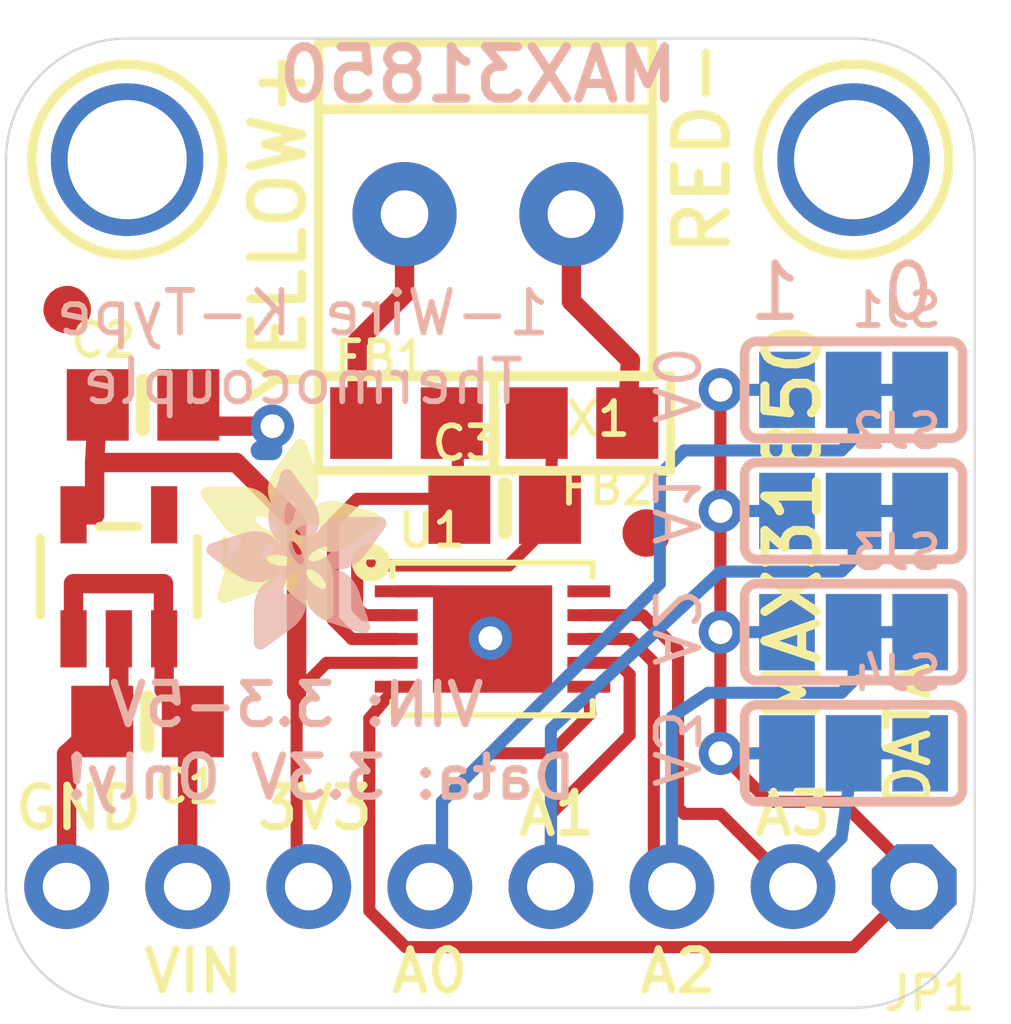
<source format=kicad_pcb>
(kicad_pcb (version 20240108) (generator "pcbnew") (generator_version "8.0")
  (layers (0 "F.Cu" signal) (31 "B.Cu" signal) (34 "B.Paste" user) (35 "F.Paste" user) (36 "B.SilkS" user "B.Silkscreen") (37 "F.SilkS" user "F.Silkscreen") (38 "B.Mask" user) (39 "F.Mask" user) (44 "Edge.Cuts" user))
  (net 0 "")
  (net 1 "VIN")
  (net 2 "GND")
  (net 3 "3.3V")
  (net 4 "A3")
  (net 5 "A2")
  (net 6 "A1")
  (net 7 "A0")
  (net 8 "DATA")
  (net 9 "N$1")
  (net 10 "N$2")
  (net 11 "T+")
  (net 12 "T-")
  (net 13 "N$3")
  (net 14 "N$4")
  (net 15 "N$5")
  (footprint "Adafruit MAX31850:TERMBLOCK_1X2-3.5MM" (layer "F.Cu") (at 148.5011 98.5266 180)
    (property "Reference" "X1" (at -3 -3.89 0) (layer "F.SilkS") (effects (font (size 0.692831 0.692831) (thickness 0.119969)) (justify right top)))
    (property "Value" "3.5mm")
    (pad "1" thru_hole circle (at 1.8 0 180) (size 2.1844 2.1844) (drill 1) (layers "*.Cu" "*.Mask") (net 9 "N$1"))
    (pad "2" thru_hole circle (at -1.7 0 180) (size 2.1844 2.1844) (drill 1) (layers "*.Cu" "*.Mask") (net 10 "N$2"))
  )
  (footprint "Adafruit MAX31850:0805-NO" (layer "F.Cu") (at 141.3091 109.1636 180)
    (property "Reference" "C1" (at -1.5875 -0.9525 0) (layer "F.SilkS") (effects (font (size 0.692831 0.692831) (thickness 0.119969)) (justify right top)))
    (property "Value" "10uF")
    (pad "1" smd rect (at -0.95 0 180) (size 1.3 1.5) (layers "F.Cu" "F.Paste" "F.Mask") (net 1 "VIN"))
    (pad "2" smd rect (at 0.95 0 180) (size 1.3 1.5) (layers "F.Cu" "F.Paste" "F.Mask") (net 2 "GND"))
  )
  (footprint "Adafruit MAX31850:FIDUCIAL_1MM" (layer "F.Cu") (at 139.6241 100.5276)
    (property "Reference" "FID2" (hide yes))
    (property "Value" "FIDUCIAL\"\"" (hide yes))
    (pad "1" smd roundrect (at 0 0) (size 1 1) (layers "F.Cu" "F.Mask") (roundrect_rratio 0.5))
  )
  (footprint "Adafruit MAX31850:0805-NO" (layer "F.Cu") (at 148.8011 104.6876)
    (property "Reference" "C3" (at -1.5875 -0.9525 0) (layer "F.SilkS") (effects (font (size 0.692831 0.692831) (thickness 0.119969)) (justify left bottom)))
    (property "Value" "0.1uF")
    (pad "1" smd rect (at -0.95 0) (size 1.3 1.5) (layers "F.Cu" "F.Paste" "F.Mask") (net 11 "T+"))
    (pad "2" smd rect (at 0.95 0) (size 1.3 1.5) (layers "F.Cu" "F.Paste" "F.Mask") (net 12 "T-"))
  )
  (footprint "Adafruit MAX31850:TDFN10_3X4MM" (layer "F.Cu") (at 148.5471 107.4336 -90)
    (property "Reference" "U1" (at -1.87 2.043 0) (layer "F.SilkS") (effects (font (size 0.692831 0.692831) (thickness 0.119969)) (justify left bottom)))
    (property "Value" "MAX31850")
    (pad "1" smd rect (at -1 2.02) (size 0.9 0.25) (layers "F.Cu" "F.Paste") (net 2 "GND"))
    (pad "2" smd rect (at -0.5 2.02) (size 0.9 0.25) (layers "F.Cu" "F.Paste") (net 12 "T-"))
    (pad "3" smd rect (at 0 2.02) (size 0.9 0.25) (layers "F.Cu" "F.Paste") (net 11 "T+"))
    (pad "4" smd rect (at 0.5 2.02) (size 0.9 0.25) (layers "F.Cu" "F.Paste") (net 3 "3.3V"))
    (pad "5" smd rect (at 1 2.02) (size 0.9 0.25) (layers "F.Cu" "F.Paste") (net 8 "DATA"))
    (pad "6" smd rect (at 1 -2.02 180) (size 0.9 0.25) (layers "F.Cu" "F.Paste") (net 7 "A0"))
    (pad "7" smd rect (at 0.5 -2.02 180) (size 0.9 0.25) (layers "F.Cu" "F.Paste") (net 6 "A1"))
    (pad "8" smd rect (at 0 -2.02 180) (size 0.9 0.25) (layers "F.Cu" "F.Paste") (net 5 "A2"))
    (pad "9" smd rect (at -0.5 -2.02 180) (size 0.9 0.25) (layers "F.Cu" "F.Paste") (net 4 "A3"))
    (pad "10" smd rect (at -1 -2.02 180) (size 0.9 0.25) (layers "F.Cu" "F.Paste"))
    (pad "THERMAL" smd rect (at 0 0) (size 2.5 2.25) (layers "F.Cu" "F.Mask") (net 2 "GND"))
  )
  (footprint "Adafruit MAX31850:ADAFRUIT_3.5MM" (layer "F.Cu") (at 142.4051 107.0356)
    (property "Reference" "U$19" (hide yes))
    (property "Value" "" (hide yes))
  )
  (footprint "Adafruit MAX31850:0805-NO" (layer "F.Cu") (at 141.2151 102.5256)
    (property "Reference" "C2" (at -1.5875 -0.9525 0) (layer "F.SilkS") (effects (font (size 0.692831 0.692831) (thickness 0.119969)) (justify left bottom)))
    (property "Value" "10uF")
    (pad "1" smd rect (at -0.95 0) (size 1.3 1.5) (layers "F.Cu" "F.Paste" "F.Mask") (net 3 "3.3V"))
    (pad "2" smd rect (at 0.95 0) (size 1.3 1.5) (layers "F.Cu" "F.Paste" "F.Mask") (net 2 "GND"))
  )
  (footprint "Adafruit MAX31850:0805" (layer "F.Cu") (at 146.7411 102.9066)
    (property "Reference" "FB1" (at -1.5875 -0.9525 0) (layer "F.SilkS") (effects (font (size 0.692831 0.692831) (thickness 0.119969)) (justify left bottom)))
    (property "Value" "Ferrite")
    (pad "1" smd rect (at -0.95 0) (size 1.3 1.5) (layers "F.Cu" "F.Paste" "F.Mask") (net 9 "N$1"))
    (pad "2" smd rect (at 0.95 0) (size 1.3 1.5) (layers "F.Cu" "F.Paste" "F.Mask") (net 11 "T+"))
  )
  (footprint "Adafruit MAX31850:SOT23-5" (layer "F.Cu") (at 140.7071 106.1296)
    (property "Reference" "U2" (at 1.978 0 0) (layer "F.SilkS") (effects (font (size 0.692831 0.692831) (thickness 0.119969)) (justify left bottom)))
    (property "Value" "MIC5225-3.3")
    (pad "1" smd rect (at -0.95 1.3001) (size 0.55 1.2) (layers "F.Cu" "F.Paste" "F.Mask") (net 1 "VIN"))
    (pad "2" smd rect (at 0 1.3001) (size 0.55 1.2) (layers "F.Cu" "F.Paste" "F.Mask") (net 2 "GND"))
    (pad "3" smd rect (at 0.95 1.3001) (size 0.55 1.2) (layers "F.Cu" "F.Paste" "F.Mask") (net 1 "VIN"))
    (pad "4" smd rect (at 0.95 -1.3001) (size 0.55 1.2) (layers "F.Cu" "F.Paste" "F.Mask"))
    (pad "5" smd rect (at -0.95 -1.3001) (size 0.55 1.2) (layers "F.Cu" "F.Paste" "F.Mask") (net 3 "3.3V"))
  )
  (footprint "Adafruit MAX31850:1X08_ROUND_70" (layer "F.Cu") (at 148.5011 112.6236 180)
    (property "Reference" "JP1" (at -10.2362 -1.8288 0) (layer "F.SilkS") (effects (font (size 0.692831 0.692831) (thickness 0.119969)) (justify right top)))
    (property "Value" "Breakout")
    (pad "1" thru_hole roundrect (at -8.89 0 270) (size 1.778 1.778) (drill 1) (layers "*.Cu" "*.Mask") (chamfer_ratio 0.2928932188) (chamfer top_left top_right bottom_left bottom_right) (net 8 "DATA"))
    (pad "2" thru_hole circle (at -6.35 0 270) (size 1.778 1.778) (drill 1) (layers "*.Cu" "*.Mask") (net 4 "A3"))
    (pad "3" thru_hole circle (at -3.81 0 270) (size 1.778 1.778) (drill 1) (layers "*.Cu" "*.Mask") (net 5 "A2"))
    (pad "4" thru_hole circle (at -1.27 0 270) (size 1.778 1.778) (drill 1) (layers "*.Cu" "*.Mask") (net 6 "A1"))
    (pad "5" thru_hole circle (at 1.27 0 270) (size 1.778 1.778) (drill 1) (layers "*.Cu" "*.Mask") (net 7 "A0"))
    (pad "6" thru_hole circle (at 3.81 0 270) (size 1.778 1.778) (drill 1) (layers "*.Cu" "*.Mask") (net 3 "3.3V"))
    (pad "7" thru_hole circle (at 6.35 0 270) (size 1.778 1.778) (drill 1) (layers "*.Cu" "*.Mask") (net 1 "VIN"))
    (pad "8" thru_hole circle (at 8.89 0 270) (size 1.778 1.778) (drill 1) (layers "*.Cu" "*.Mask") (net 2 "GND"))
  )
  (footprint "Adafruit MAX31850:0805" (layer "F.Cu") (at 150.4231 102.9066 180)
    (property "Reference" "FB2" (at -1.5875 -0.9525 0) (layer "F.SilkS") (effects (font (size 0.692831 0.692831) (thickness 0.119969)) (justify right top)))
    (property "Value" "Ferrite")
    (pad "1" smd rect (at -0.95 0 180) (size 1.3 1.5) (layers "F.Cu" "F.Paste" "F.Mask") (net 10 "N$2"))
    (pad "2" smd rect (at 0.95 0 180) (size 1.3 1.5) (layers "F.Cu" "F.Paste" "F.Mask") (net 12 "T-"))
  )
  (footprint "Adafruit MAX31850:MOUNTINGHOLE_2.5_PLATED" (layer "F.Cu") (at 156.1211 97.3836)
    (property "Reference" "U$8" (hide yes))
    (property "Value" "MOUNTINGHOLE2.5" (hide yes))
    (pad "P$1" thru_hole circle (at 0 0) (size 3.2 3.2) (drill 2.5) (layers "*.Cu" "*.Mask"))
  )
  (footprint "Adafruit MAX31850:MOUNTINGHOLE_2.5_PLATED" (layer "F.Cu") (at 140.8811 97.3836)
    (property "Reference" "U$9" (hide yes))
    (property "Value" "MOUNTINGHOLE2.5" (hide yes))
    (pad "P$1" thru_hole circle (at 0 0) (size 3.2 3.2) (drill 2.5) (layers "*.Cu" "*.Mask"))
  )
  (footprint "Adafruit MAX31850:FIDUCIAL_1MM" (layer "F.Cu") (at 151.7711 105.2116)
    (property "Reference" "FID1" (hide yes))
    (property "Value" "FIDUCIAL\"\"" (hide yes))
    (pad "1" smd roundrect (at 0 0) (size 1 1) (layers "F.Cu" "F.Mask") (roundrect_rratio 0.5))
  )
  (footprint "Adafruit MAX31850:SOLDERJUMPER_2WAY_OPEN_NOPASTE" (layer "B.Cu") (at 156.1211 102.2096 180)
    (property "Reference" "SJ1" (at -1.905 1.27 -0) (layer "B.SilkS") (effects (font (size 0.692831 0.692831) (thickness 0.119969)) (justify left bottom mirror)))
    (property "Value" "")
    (pad "1" smd rect (at -1.397 0 180) (size 1.1684 1.6002) (layers "B.Cu") (net 2 "GND"))
    (pad "2" smd rect (at 0 0 180) (size 1.1684 1.6002) (layers "B.Cu") (net 7 "A0"))
    (pad "3" smd rect (at 1.397 0 180) (size 1.1684 1.6002) (layers "B.Cu") (net 8 "DATA"))
  )
  (footprint "Adafruit MAX31850:SOLDERJUMPER_2WAY_OPEN_NOPASTE" (layer "B.Cu") (at 156.1211 109.8296 180)
    (property "Reference" "SJ4" (at -1.905 1.27 -0) (layer "B.SilkS") (effects (font (size 0.692831 0.692831) (thickness 0.119969)) (justify left bottom mirror)))
    (property "Value" "")
    (pad "1" smd rect (at -1.397 0 180) (size 1.1684 1.6002) (layers "B.Cu") (net 2 "GND"))
    (pad "2" smd rect (at 0 0 180) (size 1.1684 1.6002) (layers "B.Cu") (net 4 "A3"))
    (pad "3" smd rect (at 1.397 0 180) (size 1.1684 1.6002) (layers "B.Cu") (net 8 "DATA"))
  )
  (footprint "Adafruit MAX31850:ADAFRUIT_3.5MM" (layer "B.Cu") (at 146.3421 107.6706 180)
    (property "Reference" "U$18" (hide yes))
    (property "Value" "" (hide yes))
  )
  (footprint "Adafruit MAX31850:SOLDERJUMPER_2WAY_OPEN_NOPASTE" (layer "B.Cu") (at 156.1211 107.2896 180)
    (property "Reference" "SJ3" (at -1.905 1.27 -0) (layer "B.SilkS") (effects (font (size 0.692831 0.692831) (thickness 0.119969)) (justify left bottom mirror)))
    (property "Value" "")
    (pad "1" smd rect (at -1.397 0 180) (size 1.1684 1.6002) (layers "B.Cu") (net 2 "GND"))
    (pad "2" smd rect (at 0 0 180) (size 1.1684 1.6002) (layers "B.Cu") (net 5 "A2"))
    (pad "3" smd rect (at 1.397 0 180) (size 1.1684 1.6002) (layers "B.Cu") (net 8 "DATA"))
  )
  (footprint "Adafruit MAX31850:SOLDERJUMPER_2WAY_OPEN_NOPASTE" (layer "B.Cu") (at 156.1211 104.7496 180)
    (property "Reference" "SJ2" (at -1.905 1.27 -0) (layer "B.SilkS") (effects (font (size 0.692831 0.692831) (thickness 0.119969)) (justify left bottom mirror)))
    (property "Value" "")
    (pad "1" smd rect (at -1.397 0 180) (size 1.1684 1.6002) (layers "B.Cu") (net 2 "GND"))
    (pad "2" smd rect (at 0 0 180) (size 1.1684 1.6002) (layers "B.Cu") (net 6 "A1"))
    (pad "3" smd rect (at 1.397 0 180) (size 1.1684 1.6002) (layers "B.Cu") (net 8 "DATA"))
  )
  (gr_line (start 156.1211 115.1636) (end 140.8811 115.1636) (stroke (width 0.05)) (layer "Edge.Cuts"))
  (gr_arc (start 138.3411 97.3836) (mid 139.085049 95.587549) (end 140.8811 94.8436) (stroke (width 0.05)) (layer "Edge.Cuts"))
  (gr_arc (start 158.6611 112.6236) (mid 157.917151 114.419651) (end 156.1211 115.1636) (stroke (width 0.05)) (layer "Edge.Cuts"))
  (gr_line (start 140.8811 94.8436) (end 156.1211 94.8436) (stroke (width 0.05)) (layer "Edge.Cuts"))
  (gr_line (start 138.3411 112.6236) (end 138.3411 97.3836) (stroke (width 0.05)) (layer "Edge.Cuts"))
  (gr_arc (start 140.8811 115.1636) (mid 139.085049 114.419651) (end 138.3411 112.6236) (stroke (width 0.05)) (layer "Edge.Cuts"))
  (gr_line (start 158.6611 97.3836) (end 158.6611 112.6236) (stroke (width 0.05)) (layer "Edge.Cuts"))
  (gr_arc (start 156.1211 94.8436) (mid 157.917151 95.587549) (end 158.6611 97.3836) (stroke (width 0.05)) (layer "Edge.Cuts"))
  (gr_text "Data: 3.3V Only!" (at 144.9451 110.3376 0) (layer "B.SilkS") (effects (font (size 0.8636 0.8636) (thickness 0.1524)) (justify mirror)))
  (gr_text "A1" (at 151.853087 105.538403 270) (layer "B.SilkS") (effects (font (size 0.89408 0.89408) (thickness 0.12192)) (justify left bottom mirror)))
  (gr_text "A3" (at 151.853087 110.618403 270) (layer "B.SilkS") (effects (font (size 0.89408 0.89408) (thickness 0.12192)) (justify left bottom mirror)))
  (gr_text "VIN: 3.3-5V" (at 144.4371 108.8136 0) (layer "B.SilkS") (effects (font (size 0.8636 0.8636) (thickness 0.1524)) (justify mirror)))
  (gr_text "0" (at 157.8991 100.8126 0) (layer "B.SilkS") (effects (font (size 1.1176 1.1176) (thickness 0.1524)) (justify left bottom mirror)))
  (gr_text "A2" (at 151.853087 108.078403 270) (layer "B.SilkS") (effects (font (size 0.89408 0.89408) (thickness 0.12192)) (justify left bottom mirror)))
  (gr_text "MAX31850" (at 148.2471 95.6056 0) (layer "B.SilkS") (effects (font (size 1.0795 1.0795) (thickness 0.1905)) (justify mirror)))
  (gr_text "1-Wire K-Type\nThermocouple" (at 144.5641 101.3206 0) (layer "B.SilkS") (effects (font (size 0.89408 0.89408) (thickness 0.12192)) (justify mirror)))
  (gr_text "A0" (at 151.853087 102.998403 270) (layer "B.SilkS") (effects (font (size 0.89408 0.89408) (thickness 0.12192)) (justify left bottom mirror)))
  (gr_text "1" (at 155.1051 100.8126 0) (layer "B.SilkS") (effects (font (size 1.1176 1.1176) (thickness 0.1524)) (justify left bottom mirror)))
  (gr_text "VIN" (at 142.2781 114.4016 0) (layer "F.SilkS") (effects (font (size 0.8636 0.8636) (thickness 0.1524))))
  (gr_text "A1" (at 149.8981 111.0996 0) (layer "F.SilkS") (effects (font (size 0.8636 0.8636) (thickness 0.1524))))
  (gr_text "A2" (at 152.4381 114.4016 0) (layer "F.SilkS") (effects (font (size 0.8636 0.8636) (thickness 0.1524))))
  (gr_text "RED-" (at 152.9461 97.1296 90) (layer "F.SilkS") (effects (font (size 1.0795 1.0795) (thickness 0.1905))))
  (gr_text "3V3" (at 144.8181 110.9726 0) (layer "F.SilkS") (effects (font (size 0.8636 0.8636) (thickness 0.1524))))
  (gr_text "A3" (at 154.8511 111.0996 0) (layer "F.SilkS") (effects (font (size 0.8636 0.8636) (thickness 0.1524))))
  (gr_text "GND" (at 139.8651 110.9726 0) (layer "F.SilkS") (effects (font (size 0.8636 0.8636) (thickness 0.1524))))
  (gr_text "MAX31850" (at 154.8511 105.0036 90) (layer "F.SilkS") (effects (font (size 1.0795 1.0795) (thickness 0.1905))))
  (gr_text "YELLOW+" (at 144.0561 98.7806 90) (layer "F.SilkS") (effects (font (size 1.0795 1.0795) (thickness 0.1905))))
  (gr_text "DATA" (at 157.2641 109.4486 90) (layer "F.SilkS") (effects (font (size 0.8636 0.8636) (thickness 0.1524))))
  (gr_text "A0" (at 147.2311 114.4016 0) (layer "F.SilkS") (effects (font (size 0.8636 0.8636) (thickness 0.1524))))
  (segment (start 142.1511 112.6236) (end 142.1511 109.3376) (width 0.4064) (layer "F.Cu") (net 1))
  (segment (start 139.7571 107.4297) (end 139.7571 106.2736) (width 0.4064) (layer "F.Cu") (net 1))
  (segment (start 139.7571 106.2736) (end 141.6431 106.2736) (width 0.4064) (layer "F.Cu") (net 1))
  (segment (start 141.6571 108.4956) (end 141.6571 107.4297) (width 0.4064) (layer "F.Cu") (net 1))
  (segment (start 142.2591 109.1636) (end 141.6571 108.4956) (width 0.4064) (layer "F.Cu") (net 1))
  (segment (start 142.1511 109.3376) (end 142.2591 109.1636) (width 0.4064) (layer "F.Cu") (net 1))
  (segment (start 141.6431 106.2736) (end 141.6431 107.4297) (width 0.4064) (layer "F.Cu") (net 1))
  (segment (start 141.6431 107.4297) (end 141.6571 107.4297) (width 0.4064) (layer "F.Cu") (net 1))
  (segment (start 140.7071 108.7336) (end 140.7071 107.4297) (width 0.4064) (layer "F.Cu") (net 2))
  (segment (start 142.2311 102.9716) (end 143.9291 102.9716) (width 0.4064) (layer "F.Cu") (net 2))
  (segment (start 139.6111 112.6236) (end 139.6111 109.8456) (width 0.4064) (layer "F.Cu") (net 2))
  (segment (start 147.3911 106.4336) (end 148.5011 107.4166) (width 0.254) (layer "F.Cu") (net 2))
  (segment (start 140.3591 109.1636) (end 140.2931 109.1476) (width 0.4064) (layer "F.Cu") (net 2))
  (segment (start 146.5271 106.4336) (end 147.3911 106.4336) (width 0.254) (layer "F.Cu") (net 2))
  (segment (start 139.6111 109.8456) (end 140.3591 109.1636) (width 0.4064) (layer "F.Cu") (net 2))
  (segment (start 142.1651 102.5256) (end 142.2311 102.9716) (width 0.4064) (layer "F.Cu") (net 2))
  (segment (start 148.5471 107.4336) (end 148.546356 107.434344) (width 0.254) (layer "F.Cu") (net 2))
  (segment (start 140.2931 109.1476) (end 140.7071 108.7336) (width 0.4064) (layer "F.Cu") (net 2))
  (via (at 148.5011 107.4166) (size 0.9064) (drill 0.5) (layers "F.Cu" "B.Cu") (net 2))
  (via (at 143.9291 102.9716) (size 0.9064) (drill 0.5) (layers "F.Cu" "B.Cu") (net 2))
  (arc (start 148.546356 107.434344) (mid 148.525493 107.420971) (end 148.5011 107.4166) (width 0.254) (layer "F.Cu") (net 2))
  (segment (start 143.9291 102.9716) (end 143.9291 103.4796) (width 0.4064) (layer "B.Cu") (net 2))
  (segment (start 143.9291 103.4796) (end 143.6751 103.4796) (width 0.4064) (layer "B.Cu") (net 2))
  (segment (start 148.5011 107.4166) (end 148.7551 107.5436) (width 0.254) (layer "B.Cu") (net 2))
  (segment (start 140.1991 103.7336) (end 140.1991 104.8295) (width 0.4064) (layer "F.Cu") (net 3))
  (segment (start 144.4371 105.0036) (end 144.4371 108.5596) (width 0.4064) (layer "F.Cu") (net 3))
  (segment (start 144.4371 108.5596) (end 144.4371 112.3696) (width 0.254) (layer "F.Cu") (net 3))
  (segment (start 145.0631 107.9336) (end 144.4371 108.5596) (width 0.254) (layer "F.Cu") (net 3))
  (segment (start 144.4371 112.3696) (end 144.6911 112.6236) (width 0.254) (layer "F.Cu") (net 3))
  (segment (start 140.2651 102.5256) (end 140.1991 103.7336) (width 0.4064) (layer "F.Cu") (net 3))
  (segment (start 143.1671 103.7336) (end 144.4371 105.0036) (width 0.4064) (layer "F.Cu") (net 3))
  (segment (start 146.5271 107.9336) (end 145.0631 107.9336) (width 0.254) (layer "F.Cu") (net 3))
  (segment (start 140.1991 104.8295) (end 139.7571 104.8295) (width 0.4064) (layer "F.Cu") (net 3))
  (segment (start 140.1991 103.7336) (end 143.1671 103.7336) (width 0.4064) (layer "F.Cu") (net 3))
  (segment (start 151.7011 106.9336) (end 152.4381 107.6706) (width 0.254) (layer "F.Cu") (net 4))
  (segment (start 152.4381 110.9726) (end 152.5651 111.0996) (width 0.254) (layer "F.Cu") (net 4))
  (segment (start 152.5651 111.0996) (end 153.3271 111.0996) (width 0.254) (layer "F.Cu") (net 4))
  (segment (start 153.3271 111.0996) (end 154.8511 112.6236) (width 0.254) (layer "F.Cu") (net 4))
  (segment (start 150.5671 106.9336) (end 151.7011 106.9336) (width 0.254) (layer "F.Cu") (net 4))
  (segment (start 152.4381 107.6706) (end 152.4381 110.9726) (width 0.254) (layer "F.Cu") (net 4))
  (segment (start 155.8671 111.6076) (end 154.8511 112.6236) (width 0.254) (layer "B.Cu") (net 4))
  (segment (start 156.1211 109.8296) (end 155.8671 111.6076) (width 0.254) (layer "B.Cu") (net 4))
  (segment (start 151.9301 107.9246) (end 151.9301 112.4966) (width 0.254) (layer "F.Cu") (net 5))
  (segment (start 151.9301 112.4966) (end 152.3111 112.6236) (width 0.254) (layer "F.Cu") (net 5))
  (segment (start 150.5671 107.4336) (end 151.4391 107.4336) (width 0.254) (layer "F.Cu") (net 5))
  (segment (start 151.4391 107.4336) (end 151.9301 107.9246) (width 0.254) (layer "F.Cu") (net 5))
  (segment (start 153.0731 108.5596) (end 152.3111 109.0676) (width 0.254) (layer "B.Cu") (net 5))
  (segment (start 155.8671 108.5596) (end 153.0731 108.5596) (width 0.254) (layer "B.Cu") (net 5))
  (segment (start 152.3111 109.0676) (end 152.3111 112.6236) (width 0.254) (layer "B.Cu") (net 5))
  (segment (start 156.1211 108.3056) (end 155.8671 108.5596) (width 0.254) (layer "B.Cu") (net 5))
  (segment (start 156.1211 107.2896) (end 156.1211 108.3056) (width 0.254) (layer "B.Cu") (net 5))
  (segment (start 151.4221 109.4486) (end 149.7711 111.0996) (width 0.254) (layer "F.Cu") (net 6))
  (segment (start 151.4221 108.1786) (end 151.4221 109.4486) (width 0.254) (layer "F.Cu") (net 6))
  (segment (start 150.5671 107.9336) (end 151.1771 107.9336) (width 0.254) (layer "F.Cu") (net 6))
  (segment (start 151.1771 107.9336) (end 151.4221 108.1786) (width 0.254) (layer "F.Cu") (net 6))
  (segment (start 149.7711 111.0996) (end 149.7711 112.6236) (width 0.254) (layer "F.Cu") (net 6))
  (segment (start 156.1211 104.7496) (end 156.1211 105.7656) (width 0.254) (layer "B.Cu") (net 6))
  (segment (start 149.7711 109.3216) (end 149.7711 112.6236) (width 0.254) (layer "B.Cu") (net 6))
  (segment (start 156.1211 105.7656) (end 155.8671 106.0196) (width 0.254) (layer "B.Cu") (net 6))
  (segment (start 153.3271 106.0196) (end 149.7711 109.3216) (width 0.254) (layer "B.Cu") (net 6))
  (segment (start 155.8671 106.0196) (end 153.3271 106.0196) (width 0.254) (layer "B.Cu") (net 6))
  (segment (start 147.4851 112.3696) (end 147.2311 112.6236) (width 0.254) (layer "F.Cu") (net 7))
  (segment (start 150.5941 109.0066) (end 149.7711 109.8296) (width 0.254) (layer "F.Cu") (net 7))
  (segment (start 148.5011 109.8296) (end 147.4851 110.8456) (width 0.254) (layer "F.Cu") (net 7))
  (segment (start 147.4851 110.8456) (end 147.4851 112.3696) (width 0.254) (layer "F.Cu") (net 7))
  (segment (start 150.5671 108.4336) (end 150.5941 109.0066) (width 0.254) (layer "F.Cu") (net 7))
  (segment (start 149.7711 109.8296) (end 148.5011 109.8296) (width 0.254) (layer "F.Cu") (net 7))
  (segment (start 147.4851 112.3696) (end 147.2311 112.6236) (width 0.254) (layer "B.Cu") (net 7))
  (segment (start 155.8671 103.4796) (end 152.5651 103.4796) (width 0.254) (layer "B.Cu") (net 7))
  (segment (start 152.0571 103.9876) (end 152.0571 106.2736) (width 0.254) (layer "B.Cu") (net 7))
  (segment (start 156.1211 103.2256) (end 155.8671 103.4796) (width 0.254) (layer "B.Cu") (net 7))
  (segment (start 152.0571 106.2736) (end 147.4851 110.8456) (width 0.254) (layer "B.Cu") (net 7))
  (segment (start 152.5651 103.4796) (end 152.0571 103.9876) (width 0.254) (layer "B.Cu") (net 7))
  (segment (start 147.4851 110.8456) (end 147.4851 112.3696) (width 0.254) (layer "B.Cu") (net 7))
  (segment (start 156.1211 102.2096) (end 157.6451 102.2096) (width 0.254) (layer "B.Cu") (net 7))
  (segment (start 156.1211 102.2096) (end 156.1211 103.2256) (width 0.254) (layer "B.Cu") (net 7))
  (segment (start 145.9611 113.1316) (end 146.7231 113.8936) (width 0.254) (layer "F.Cu") (net 8))
  (segment (start 145.9611 109.0996) (end 145.9611 113.1316) (width 0.254) (layer "F.Cu") (net 8))
  (segment (start 157.3911 112.3696) (end 157.3911 112.6236) (width 0.254) (layer "F.Cu") (net 8))
  (segment (start 153.3271 107.2896) (end 153.3271 104.7496) (width 0.254) (layer "F.Cu") (net 8))
  (segment (start 153.3271 107.2896) (end 153.3271 109.8296) (width 0.254) (layer "F.Cu") (net 8))
  (segment (start 156.1211 113.8936) (end 157.3911 112.6236) (width 0.254) (layer "F.Cu") (net 8))
  (segment (start 153.3271 109.8296) (end 154.3431 110.8456) (width 0.254) (layer "F.Cu") (net 8))
  (segment (start 146.5271 108.4336) (end 145.9611 109.0996) (width 0.254) (layer "F.Cu") (net 8))
  (segment (start 153.3271 102.2096) (end 153.3271 104.7496) (width 0.254) (layer "F.Cu") (net 8))
  (segment (start 154.3431 110.8456) (end 155.8671 110.8456) (width 0.254) (layer "F.Cu") (net 8))
  (segment (start 146.7231 113.8936) (end 156.1211 113.8936) (width 0.254) (layer "F.Cu") (net 8))
  (segment (start 155.8671 110.8456) (end 157.3911 112.3696) (width 0.254) (layer "F.Cu") (net 8))
  (via (at 153.3271 109.8296) (size 0.9064) (drill 0.5) (layers "F.Cu" "B.Cu") (net 8))
  (via (at 153.3271 104.7496) (size 0.9064) (drill 0.5) (layers "F.Cu" "B.Cu") (net 8))
  (via (at 153.3271 102.2096) (size 0.9064) (drill 0.5) (layers "F.Cu" "B.Cu") (net 8))
  (via (at 153.3271 107.2896) (size 0.9064) (drill 0.5) (layers "F.Cu" "B.Cu") (net 8))
  (segment (start 154.5971 109.8296) (end 153.3271 109.8296) (width 0.254) (layer "B.Cu") (net 8))
  (segment (start 154.8511 110.0836) (end 154.5971 109.8296) (width 0.254) (layer "B.Cu") (net 8))
  (segment (start 154.8511 109.9566) (end 154.8511 110.0836) (width 0.254) (layer "B.Cu") (net 8))
  (segment (start 154.7241 109.8296) (end 154.8511 109.9566) (width 0.254) (layer "B.Cu") (net 8))
  (segment (start 154.7241 104.7496) (end 153.3271 104.7496) (width 0.254) (layer "B.Cu") (net 8))
  (segment (start 154.7241 102.2096) (end 153.3271 102.2096) (width 0.254) (layer "B.Cu") (net 8))
  (segment (start 154.7241 107.2896) (end 153.3271 107.2896) (width 0.254) (layer "B.Cu") (net 8))
  (segment (start 145.7071 102.7616) (end 145.7911 102.9066) (width 0.4064) (layer "F.Cu") (net 9))
  (segment (start 146.7011 100.1996) (end 145.7071 101.1936) (width 0.4064) (layer "F.Cu") (net 9))
  (segment (start 146.7011 98.5266) (end 146.7011 100.1996) (width 0.4064) (layer "F.Cu") (net 9))
  (segment (start 145.7071 101.1936) (end 145.7071 102.7616) (width 0.4064) (layer "F.Cu") (net 9))
  (segment (start 151.4391 101.5916) (end 151.3731 102.9066) (width 0.4064) (layer "F.Cu") (net 10))
  (segment (start 150.2011 100.3536) (end 151.4391 101.5916) (width 0.4064) (layer "F.Cu") (net 10))
  (segment (start 150.2011 98.5266) (end 150.2011 100.3536) (width 0.4064) (layer "F.Cu") (net 10))
  (segment (start 147.7851 102.8076) (end 147.6911 102.9066) (width 0.254) (layer "F.Cu") (net 11))
  (segment (start 146.5271 107.4336) (end 145.5971 107.4336) (width 0.254) (layer "F.Cu") (net 11))
  (segment (start 147.8511 104.6876) (end 147.7851 102.8076) (width 0.254) (layer "F.Cu") (net 11))
  (segment (start 145.7071 104.4956) (end 147.7231 104.4956) (width 0.254) (layer "F.Cu") (net 11))
  (segment (start 145.1991 107.0356) (end 145.1991 105.0036) (width 0.254) (layer "F.Cu") (net 11))
  (segment (start 145.5971 107.4336) (end 145.1991 107.0356) (width 0.254) (layer "F.Cu") (net 11))
  (segment (start 145.1991 105.0036) (end 145.7071 104.4956) (width 0.254) (layer "F.Cu") (net 11))
  (segment (start 147.7231 104.4956) (end 147.8511 104.6876) (width 0.254) (layer "F.Cu") (net 11))
  (segment (start 148.8821 105.8926) (end 149.7711 105.0036) (width 0.254) (layer "F.Cu") (net 12))
  (segment (start 149.7711 105.0036) (end 149.7711 104.4796) (width 0.254) (layer "F.Cu") (net 12))
  (segment (start 145.8591 106.9336) (end 145.7071 106.7816) (width 0.254) (layer "F.Cu") (net 12))
  (segment (start 145.7071 105.8926) (end 148.8821 105.8926) (width 0.254) (layer "F.Cu") (net 12))
  (segment (start 149.8171 102.9356) (end 149.4731 102.9066) (width 0.254) (layer "F.Cu") (net 12))
  (segment (start 145.7071 106.7816) (end 145.7071 105.8926) (width 0.254) (layer "F.Cu") (net 12))
  (segment (start 149.7711 104.4796) (end 149.7511 104.6876) (width 0.254) (layer "F.Cu") (net 12))
  (segment (start 149.7511 104.6876) (end 149.8171 102.9356) (width 0.254) (layer "F.Cu") (net 12))
  (segment (start 146.5271 106.9336) (end 145.8591 106.9336) (width 0.254) (layer "F.Cu") (net 12))
  (segment (start 156.3751 104.7496) (end 157.3911 104.7496) (width 0.254) (layer "B.Cu") (net 13))
  (segment (start 156.3751 107.2896) (end 157.3911 107.2896) (width 0.254) (layer "B.Cu") (net 14))
  (segment (start 156.3751 109.8296) (end 157.3911 109.8296) (width 0.254) (layer "B.Cu") (net 15))
)
</source>
